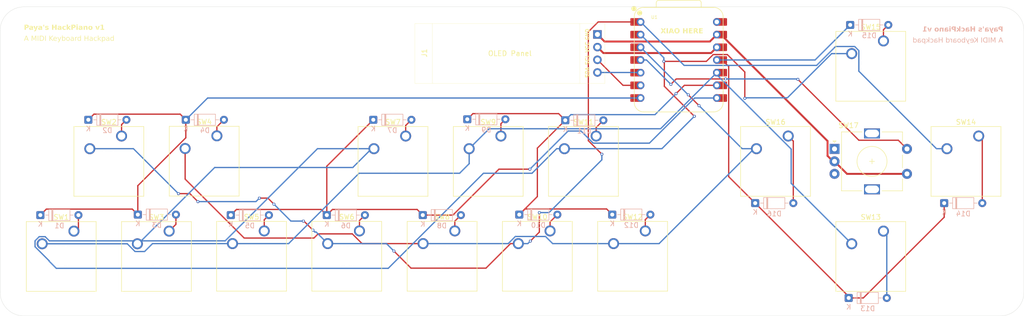
<source format=kicad_pcb>
(kicad_pcb (version 20241229) (generator "pcbnew") (generator_version "9.0")
  (title_block (title "HackPiano"))
  (layers (0 "F.Cu" signal) (2 "B.Cu" signal) (13 "F.Paste" user) (15 "B.Paste" user) (5 "F.SilkS" user "F.Silkscreen") (7 "B.SilkS" user "B.Silkscreen") (1 "F.Mask" user) (3 "B.Mask" user) (25 "Edge.Cuts" user))
  (net 0 "")
  (net 1 "Net-(D1-A)")
  (net 2 "ROW1")
  (net 3 "Net-(D2-A)")
  (net 4 "Net-(D3-A)")
  (net 5 "Net-(D4-A)")
  (net 6 "Net-(D5-A)")
  (net 7 "Net-(D6-A)")
  (net 8 "Net-(D7-A)")
  (net 9 "ROW0")
  (net 10 "Net-(D8-A)")
  (net 11 "Net-(D9-A)")
  (net 12 "Net-(D10-A)")
  (net 13 "Net-(D11-A)")
  (net 14 "Net-(D12-A)")
  (net 15 "COL0")
  (net 16 "COL1")
  (net 17 "COL2")
  (net 18 "COL3")
  (net 19 "ROW2")
  (net 20 "+5V")
  (net 21 "+3.3V")
  (net 22 "GND")
  (net 23 "SDA")
  (net 24 "SCL")
  (net 25 "Net-(D13-A)")
  (net 26 "ROW3")
  (net 27 "Net-(D14-A)")
  (net 28 "Net-(D15-A)")
  (net 29 "Net-(D16-A)")
  (net 31 "BTN")
  (footprint "Button_Switch_Keyboard:SW_Cherry_MX_1.00u_PCB" (layer "F.Cu") (at 48.10125 123.5075)
    (property "Reference" "SW1" (at -2.54 -2.794 0) (layer "F.SilkS"))
    (property "Value" "SW_Push")
    (pad "" np_thru_hole circle (at -7.62 5.08) (size 1.7 1.7) (drill 1.7) (layers "*.Cu" "*.Mask"))
    (pad "" np_thru_hole circle (at -2.54 5.08) (size 4 4) (drill 4) (layers "*.Cu" "*.Mask"))
    (pad "" np_thru_hole circle (at 2.54 5.08) (size 1.7 1.7) (drill 1.7) (layers "*.Cu" "*.Mask"))
    (pad "1" thru_hole circle (at 0 0) (size 2.2 2.2) (drill 1.5) (layers "*.Cu" "*.Mask") (net 1 "Net-(D1-A)"))
    (pad "2" thru_hole circle (at -6.35 2.54) (size 2.2 2.2) (drill 1.5) (layers "*.Cu" "*.Mask") (net 15 "COL0"))
  )
  (footprint "Button_Switch_Keyboard:SW_Cherry_MX_1.00u_PCB" (layer "F.Cu") (at 133.50875 104.4575)
    (property "Reference" "SW9" (at -2.54 -2.794 0) (layer "F.SilkS"))
    (property "Value" "SW_Push")
    (pad "" np_thru_hole circle (at -7.62 5.08) (size 1.7 1.7) (drill 1.7) (layers "*.Cu" "*.Mask"))
    (pad "" np_thru_hole circle (at -2.54 5.08) (size 4 4) (drill 4) (layers "*.Cu" "*.Mask"))
    (pad "" np_thru_hole circle (at 2.54 5.08) (size 1.7 1.7) (drill 1.7) (layers "*.Cu" "*.Mask"))
    (pad "1" thru_hole circle (at 0 0) (size 2.2 2.2) (drill 1.5) (layers "*.Cu" "*.Mask") (net 11 "Net-(D9-A)"))
    (pad "2" thru_hole circle (at -6.35 2.54) (size 2.2 2.2) (drill 1.5) (layers "*.Cu" "*.Mask") (net 15 "COL0"))
  )
  (footprint "Button_Switch_Keyboard:SW_Cherry_MX_1.00u_PCB" (layer "F.Cu") (at 114.45875 104.4575)
    (property "Reference" "SW7" (at -2.54 -2.794 0) (layer "F.SilkS"))
    (property "Value" "SW_Push")
    (pad "" np_thru_hole circle (at -7.62 5.08) (size 1.7 1.7) (drill 1.7) (layers "*.Cu" "*.Mask"))
    (pad "" np_thru_hole circle (at -2.54 5.08) (size 4 4) (drill 4) (layers "*.Cu" "*.Mask"))
    (pad "" np_thru_hole circle (at 2.54 5.08) (size 1.7 1.7) (drill 1.7) (layers "*.Cu" "*.Mask"))
    (pad "1" thru_hole circle (at 0 0) (size 2.2 2.2) (drill 1.5) (layers "*.Cu" "*.Mask") (net 8 "Net-(D7-A)"))
    (pad "2" thru_hole circle (at -6.35 2.54) (size 2.2 2.2) (drill 1.5) (layers "*.Cu" "*.Mask") (net 17 "COL2"))
  )
  (footprint "Button_Switch_Keyboard:SW_Cherry_MX_1.00u_PCB" (layer "F.Cu") (at 210.02625 123.5075)
    (property "Reference" "SW13" (at -2.54 -2.794 0) (layer "F.SilkS"))
    (property "Value" "SW_Push")
    (pad "" np_thru_hole circle (at -7.62 5.08) (size 1.7 1.7) (drill 1.7) (layers "*.Cu" "*.Mask"))
    (pad "" np_thru_hole circle (at -2.54 5.08) (size 4 4) (drill 4) (layers "*.Cu" "*.Mask"))
    (pad "" np_thru_hole circle (at 2.54 5.08) (size 1.7 1.7) (drill 1.7) (layers "*.Cu" "*.Mask"))
    (pad "1" thru_hole circle (at 0 0) (size 2.2 2.2) (drill 1.5) (layers "*.Cu" "*.Mask") (net 25 "Net-(D13-A)"))
    (pad "2" thru_hole circle (at -6.35 2.54) (size 2.2 2.2) (drill 1.5) (layers "*.Cu" "*.Mask") (net 15 "COL0"))
  )
  (footprint "Button_Switch_Keyboard:SW_Cherry_MX_1.00u_PCB" (layer "F.Cu") (at 57.62625 104.4575)
    (property "Reference" "SW2" (at -2.54 -2.794 0) (layer "F.SilkS"))
    (property "Value" "SW_Push")
    (pad "" np_thru_hole circle (at -7.62 5.08) (size 1.7 1.7) (drill 1.7) (layers "*.Cu" "*.Mask"))
    (pad "" np_thru_hole circle (at -2.54 5.08) (size 4 4) (drill 4) (layers "*.Cu" "*.Mask"))
    (pad "" np_thru_hole circle (at 2.54 5.08) (size 1.7 1.7) (drill 1.7) (layers "*.Cu" "*.Mask"))
    (pad "1" thru_hole circle (at 0 0) (size 2.2 2.2) (drill 1.5) (layers "*.Cu" "*.Mask") (net 3 "Net-(D2-A)"))
    (pad "2" thru_hole circle (at -6.35 2.54) (size 2.2 2.2) (drill 1.5) (layers "*.Cu" "*.Mask") (net 16 "COL1"))
  )
  (footprint "Button_Switch_Keyboard:SW_Cherry_MX_1.00u_PCB" (layer "F.Cu") (at 105.215 123.47)
    (property "Reference" "SW6" (at -2.54 -2.794 0) (layer "F.SilkS"))
    (property "Value" "SW_Push")
    (pad "" np_thru_hole circle (at -7.62 5.08) (size 1.7 1.7) (drill 1.7) (layers "*.Cu" "*.Mask"))
    (pad "" np_thru_hole circle (at -2.54 5.08) (size 4 4) (drill 4) (layers "*.Cu" "*.Mask"))
    (pad "" np_thru_hole circle (at 2.54 5.08) (size 1.7 1.7) (drill 1.7) (layers "*.Cu" "*.Mask"))
    (pad "1" thru_hole circle (at 0 0) (size 2.2 2.2) (drill 1.5) (layers "*.Cu" "*.Mask") (net 7 "Net-(D6-A)"))
    (pad "2" thru_hole circle (at -6.35 2.54) (size 2.2 2.2) (drill 1.5) (layers "*.Cu" "*.Mask") (net 16 "COL1"))
  )
  (footprint "Button_Switch_Keyboard:SW_Cherry_MX_1.00u_PCB" (layer "F.Cu") (at 124.29 123.47)
    (property "Reference" "SW8" (at -2.54 -2.794 0) (layer "F.SilkS"))
    (property "Value" "SW_Push")
    (pad "" np_thru_hole circle (at -7.62 5.08) (size 1.7 1.7) (drill 1.7) (layers "*.Cu" "*.Mask"))
    (pad "" np_thru_hole circle (at -2.54 5.08) (size 4 4) (drill 4) (layers "*.Cu" "*.Mask"))
    (pad "" np_thru_hole circle (at 2.54 5.08) (size 1.7 1.7) (drill 1.7) (layers "*.Cu" "*.Mask"))
    (pad "1" thru_hole circle (at 0 0) (size 2.2 2.2) (drill 1.5) (layers "*.Cu" "*.Mask") (net 10 "Net-(D8-A)"))
    (pad "2" thru_hole circle (at -6.35 2.54) (size 2.2 2.2) (drill 1.5) (layers "*.Cu" "*.Mask") (net 18 "COL3"))
  )
  (footprint "Button_Switch_Keyboard:SW_Cherry_MX_1.00u_PCB" (layer "F.Cu") (at 76.695 104.42)
    (property "Reference" "SW4" (at -2.54 -2.794 0) (layer "F.SilkS"))
    (property "Value" "SW_Push")
    (pad "" np_thru_hole circle (at -7.62 5.08) (size 1.7 1.7) (drill 1.7) (layers "*.Cu" "*.Mask"))
    (pad "" np_thru_hole circle (at -2.54 5.08) (size 4 4) (drill 4) (layers "*.Cu" "*.Mask"))
    (pad "" np_thru_hole circle (at 2.54 5.08) (size 1.7 1.7) (drill 1.7) (layers "*.Cu" "*.Mask"))
    (pad "1" thru_hole circle (at 0 0) (size 2.2 2.2) (drill 1.5) (layers "*.Cu" "*.Mask") (net 5 "Net-(D4-A)"))
    (pad "2" thru_hole circle (at -6.35 2.54) (size 2.2 2.2) (drill 1.5) (layers "*.Cu" "*.Mask") (net 18 "COL3"))
  )
  (footprint "Button_Switch_Keyboard:SW_Cherry_MX_1.00u_PCB" (layer "F.Cu") (at 67.145 123.5075)
    (property "Reference" "SW3" (at -2.54 -2.794 0) (layer "F.SilkS"))
    (property "Value" "SW_Push")
    (pad "" np_thru_hole circle (at -7.62 5.08) (size 1.7 1.7) (drill 1.7) (layers "*.Cu" "*.Mask"))
    (pad "" np_thru_hole circle (at -2.54 5.08) (size 4 4) (drill 4) (layers "*.Cu" "*.Mask"))
    (pad "" np_thru_hole circle (at 2.54 5.08) (size 1.7 1.7) (drill 1.7) (layers "*.Cu" "*.Mask"))
    (pad "1" thru_hole circle (at 0 0) (size 2.2 2.2) (drill 1.5) (layers "*.Cu" "*.Mask") (net 4 "Net-(D3-A)"))
    (pad "2" thru_hole circle (at -6.35 2.54) (size 2.2 2.2) (drill 1.5) (layers "*.Cu" "*.Mask") (net 17 "COL2"))
  )
  (footprint "Button_Switch_Keyboard:SW_Cherry_MX_1.00u_PCB" (layer "F.Cu") (at 229.07625 104.4575)
    (property "Reference" "SW14" (at -2.54 -2.794 0) (layer "F.SilkS"))
    (property "Value" "SW_Push")
    (pad "" np_thru_hole circle (at -7.62 5.08) (size 1.7 1.7) (drill 1.7) (layers "*.Cu" "*.Mask"))
    (pad "" np_thru_hole circle (at -2.54 5.08) (size 4 4) (drill 4) (layers "*.Cu" "*.Mask"))
    (pad "" np_thru_hole circle (at 2.54 5.08) (size 1.7 1.7) (drill 1.7) (layers "*.Cu" "*.Mask"))
    (pad "1" thru_hole circle (at 0 0) (size 2.2 2.2) (drill 1.5) (layers "*.Cu" "*.Mask") (net 27 "Net-(D14-A)"))
    (pad "2" thru_hole circle (at -6.35 2.54) (size 2.2 2.2) (drill 1.5) (layers "*.Cu" "*.Mask") (net 16 "COL1"))
  )
  (footprint "OLED:RotaryEncoder_Alps_EC11E-Switch_Vertical_H20mm" (layer "F.Cu") (at 200.23625 107.0375)
    (property "Reference" "SW17" (at 2.8 -4.7 0) (layer "F.SilkS"))
    (property "Value" "RotaryEncoder_Switch")
    (pad "A" thru_hole rect (at 0 0) (size 2 2) (drill 1) (layers "*.Cu" "*.Mask"))
    (pad "B" thru_hole circle (at 0 5) (size 2 2) (drill 1) (layers "*.Cu" "*.Mask"))
    (pad "C" thru_hole circle (at 0 2.5) (size 2 2) (drill 1) (layers "*.Cu" "*.Mask") (net 22 "GND"))
    (pad "MP" thru_hole rect (at 7.5 -3.1) (size 3.2 2) (drill oval 2.8 1.5) (layers "*.Cu" "*.Mask"))
    (pad "MP" thru_hole rect (at 7.5 8.1) (size 3.2 2) (drill oval 2.8 1.5) (layers "*.Cu" "*.Mask"))
    (pad "S1" thru_hole circle (at 14.5 5) (size 2 2) (drill 1) (layers "*.Cu" "*.Mask") (net 22 "GND"))
    (pad "S2" thru_hole circle (at 14.5 0) (size 2 2) (drill 1) (layers "*.Cu" "*.Mask") (net 31 "BTN"))
  )
  (footprint "OLED:SSD1306-0.91-OLED-4pin-128x32" (layer "F.Cu") (at 116.315 81.915)
    (property "Reference" "J1" (at 1.9 5.91 90) (layer "F.SilkS"))
    (property "Value" "Conn_01x04_Pin")
    (fp_text user "GND" (at 34.5 2.19 90) (layer "F.SilkS") (effects (font (size 0.75 0.75))))
    (fp_text user "VCC" (at 34.5 4.73 90) (layer "F.SilkS") (effects (font (size 0.75 0.75))))
    (fp_text user "OLED Panel" (at 19 6 0) (layer "F.SilkS"))
    (fp_text user "SDA" (at 34.5 9.81 90) (layer "F.SilkS") (effects (font (size 0.75 0.75))))
    (fp_text user "SCL" (at 34.5 7.27 90) (layer "F.SilkS") (effects (font (size 0.75 0.75))))
    (pad "1" thru_hole rect (at 36.5 2.19) (size 1.7 1.7) (drill 1) (layers "*.Cu" "*.Mask") (net 22 "GND"))
    (pad "2" thru_hole oval (at 36.5 4.73) (size 1.7 1.7) (drill 1) (layers "*.Cu" "*.Mask") (net 21 "+3.3V"))
    (pad "3" thru_hole oval (at 36.5 7.27) (size 1.7 1.7) (drill 1) (layers "*.Cu" "*.Mask") (net 24 "SCL"))
    (pad "4" thru_hole oval (at 36.5 9.81) (size 1.7 1.7) (drill 1) (layers "*.Cu" "*.Mask") (net 23 "SDA"))
  )
  (footprint "Button_Switch_Keyboard:SW_Cherry_MX_1.00u_PCB" (layer "F.Cu") (at 152.55875 104.4575)
    (property "Reference" "SW11" (at -2.54 -2.794 0) (layer "F.SilkS"))
    (property "Value" "SW_Push")
    (pad "" np_thru_hole circle (at -7.62 5.08) (size 1.7 1.7) (drill 1.7) (layers "*.Cu" "*.Mask"))
    (pad "" np_thru_hole circle (at -2.54 5.08) (size 4 4) (drill 4) (layers "*.Cu" "*.Mask"))
    (pad "" np_thru_hole circle (at 2.54 5.08) (size 1.7 1.7) (drill 1.7) (layers "*.Cu" "*.Mask"))
    (pad "1" thru_hole circle (at 0 0) (size 2.2 2.2) (drill 1.5) (layers "*.Cu" "*.Mask") (net 13 "Net-(D11-A)"))
    (pad "2" thru_hole circle (at -6.35 2.54) (size 2.2 2.2) (drill 1.5) (layers "*.Cu" "*.Mask") (net 17 "COL2"))
  )
  (footprint "Button_Switch_Keyboard:SW_Cherry_MX_1.00u_PCB" (layer "F.Cu") (at 190.97625 104.4575)
    (property "Reference" "SW16" (at -2.54 -2.794 0) (layer "F.SilkS"))
    (property "Value" "SW_Push")
    (pad "" np_thru_hole circle (at -7.62 5.08) (size 1.7 1.7) (drill 1.7) (layers "*.Cu" "*.Mask"))
    (pad "" np_thru_hole circle (at -2.54 5.08) (size 4 4) (drill 4) (layers "*.Cu" "*.Mask"))
    (pad "" np_thru_hole circle (at 2.54 5.08) (size 1.7 1.7) (drill 1.7) (layers "*.Cu" "*.Mask"))
    (pad "1" thru_hole circle (at 0 0) (size 2.2 2.2) (drill 1.5) (layers "*.Cu" "*.Mask") (net 29 "Net-(D16-A)"))
    (pad "2" thru_hole circle (at -6.35 2.54) (size 2.2 2.2) (drill 1.5) (layers "*.Cu" "*.Mask") (net 18 "COL3"))
  )
  (footprint "OPL:XIAO-RP2040-DIP" (layer "F.Cu") (at 169.06875 89.22)
    (property "Reference" "U1" (at -4.86875 -8.57 0) (layer "F.SilkS") (effects (font (size 0.635 0.635) (thickness 0.1016))))
    (property "Value" "XIAO-RP2040-DIP")
    (pad "1" smd roundrect (at -8.455 -7.62 180) (size 2.432 1.524) (layers "F.Cu" "F.Mask") (roundrect_rratio 0.1) (net 16 "COL1"))
    (pad "1" thru_hole circle (at -7.62 -7.62 180) (size 1.524 1.524) (drill 0.889) (layers "*.Cu" "*.Mask") (net 16 "COL1"))
    (pad "2" smd roundrect (at -8.455 -5.08 180) (size 2.432 1.524) (layers "F.Cu" "F.Mask") (roundrect_rratio 0.1) (net 17 "COL2"))
    (pad "2" thru_hole circle (at -7.62 -5.08 180) (size 1.524 1.524) (drill 0.889) (layers "*.Cu" "*.Mask") (net 17 "COL2"))
    (pad "3" smd roundrect (at -8.455 -2.54 180) (size 2.432 1.524) (layers "F.Cu" "F.Mask") (roundrect_rratio 0.1) (net 18 "COL3"))
    (pad "3" thru_hole circle (at -7.62 -2.54 180) (size 1.524 1.524) (drill 0.889) (layers "*.Cu" "*.Mask") (net 18 "COL3"))
    (pad "4" smd roundrect (at -8.455 0 180) (size 2.432 1.524) (layers "F.Cu" "F.Mask") (roundrect_rratio 0.1) (net 31 "BTN"))
    (pad "4" thru_hole circle (at -7.62 0 180) (size 1.524 1.524) (drill 0.889) (layers "*.Cu" "*.Mask") (net 31 "BTN"))
    (pad "5" smd roundrect (at -8.455 2.54 180) (size 2.432 1.524) (layers "F.Cu" "F.Mask") (roundrect_rratio 0.1) (net 23 "SDA"))
    (pad "5" thru_hole circle (at -7.62 2.54 180) (size 1.524 1.524) (drill 0.889) (layers "*.Cu" "*.Mask") (net 23 "SDA"))
    (pad "6" smd roundrect (at -8.455 5.08 180) (size 2.432 1.524) (layers "F.Cu" "F.Mask") (roundrect_rratio 0.1) (net 24 "SCL"))
    (pad "6" thru_hole circle (at -7.62 5.08 180) (size 1.524 1.524) (drill 0.889) (layers "*.Cu" "*.Mask") (net 24 "SCL"))
    (pad "7" smd roundrect (at -8.455 7.62 180) (size 2.432 1.524) (layers "F.Cu" "F.Mask") (roundrect_rratio 0.1) (net 9 "ROW0"))
    (pad "7" thru_hole circle (at -7.62 7.62 180) (size 1.524 1.524) (drill 0.889) (layers "*.Cu" "*.Mask") (net 9 "ROW0"))
    (pad "8" thru_hole circle (at 7.62 7.62) (size 1.524 1.524) (drill 0.889) (layers "*.Cu" "*.Mask") (net 2 "ROW1"))
    (pad "8" smd roundrect (at 8.455 7.62) (size 2.432 1.524) (layers "F.Cu" "F.Mask") (roundrect_rratio 0.1) (net 2 "ROW1"))
    (pad "9" thru_hole circle (at 7.62 5.08) (size 1.524 1.524) (drill 0.889) (layers "*.Cu" "*.Mask") (net 19 "ROW2"))
    (pad "9" smd roundrect (at 8.455 5.08) (size 2.432 1.524) (layers "F.Cu" "F.Mask") (roundrect_rratio 0.1) (net 19 "ROW2"))
    (pad "10" thru_hole circle (at 7.62 2.54) (size 1.524 1.524) (drill 0.889) (layers "*.Cu" "*.Mask") (net 15 "COL0"))
    (pad "10" smd roundrect (at 8.455 2.54) (size 2.432 1.524) (layers "F.Cu" "F.Mask") (roundrect_rratio 0.1) (net 15 "COL0"))
    (pad "11" thru_hole circle (at 7.62 0) (size 1.524 1.524) (drill 0.889) (layers "*.Cu" "*.Mask") (net 26 "ROW3"))
    (pad "11" smd roundrect (at 8.455 0) (size 2.432 1.524) (layers "F.Cu" "F.Mask") (roundrect_rratio 0.1) (net 26 "ROW3"))
    (pad "12" thru_hole circle (at 7.62 -2.54) (size 1.524 1.524) (drill 0.889) (layers "*.Cu" "*.Mask") (net 21 "+3.3V"))
    (pad "12" smd roundrect (at 8.455 -2.54) (size 2.432 1.524) (layers "F.Cu" "F.Mask") (roundrect_rratio 0.1) (net 21 "+3.3V"))
    (pad "13" thru_hole circle (at 7.62 -5.08) (size 1.524 1.524) (drill 0.889) (layers "*.Cu" "*.Mask") (net 22 "GND"))
    (pad "13" smd roundrect (at 8.455 -5.08) (size 2.432 1.524) (layers "F.Cu" "F.Mask") (roundrect_rratio 0.1) (net 22 "GND"))
    (pad "14" thru_hole circle (at 7.62 -7.62) (size 1.524 1.524) (drill 0.889) (layers "*.Cu" "*.Mask") (net 20 "+5V"))
    (pad "14" smd roundrect (at 8.455 -7.62) (size 2.432 1.524) (layers "F.Cu" "F.Mask") (roundrect_rratio 0.1) (net 20 "+5V"))
  )
  (footprint "Button_Switch_Keyboard:SW_Cherry_MX_1.00u_PCB" (layer "F.Cu") (at 86.17 123.47)
    (property "Reference" "SW5" (at -2.54 -2.794 0) (layer "F.SilkS"))
    (property "Value" "SW_Push")
    (pad "" np_thru_hole circle (at -7.62 5.08) (size 1.7 1.7) (drill 1.7) (layers "*.Cu" "*.Mask"))
    (pad "" np_thru_hole circle (at -2.54 5.08) (size 4 4) (drill 4) (layers "*.Cu" "*.Mask"))
    (pad "" np_thru_hole circle (at 2.54 5.08) (size 1.7 1.7) (drill 1.7) (layers "*.Cu" "*.Mask"))
    (pad "1" thru_hole circle (at 0 0) (size 2.2 2.2) (drill 1.5) (layers "*.Cu" "*.Mask") (net 6 "Net-(D5-A)"))
    (pad "2" thru_hole circle (at -6.35 2.54) (size 2.2 2.2) (drill 1.5) (layers "*.Cu" "*.Mask") (net 15 "COL0"))
  )
  (footprint "Button_Switch_Keyboard:SW_Cherry_MX_1.00u_PCB" (layer "F.Cu") (at 210.02625 85.4075)
    (property "Reference" "SW15" (at -2.54 -2.794 0) (layer "F.SilkS"))
    (property "Value" "SW_Push")
    (pad "" np_thru_hole circle (at -7.62 5.08) (size 1.7 1.7) (drill 1.7) (layers "*.Cu" "*.Mask"))
    (pad "" np_thru_hole circle (at -2.54 5.08) (size 4 4) (drill 4) (layers "*.Cu" "*.Mask"))
    (pad "" np_thru_hole circle (at 2.54 5.08) (size 1.7 1.7) (drill 1.7) (layers "*.Cu" "*.Mask"))
    (pad "1" thru_hole circle (at 0 0) (size 2.2 2.2) (drill 1.5) (layers "*.Cu" "*.Mask") (net 28 "Net-(D15-A)"))
    (pad "2" thru_hole circle (at -6.35 2.54) (size 2.2 2.2) (drill 1.5) (layers "*.Cu" "*.Mask") (net 17 "COL2"))
  )
  (footprint "Button_Switch_Keyboard:SW_Cherry_MX_1.00u_PCB" (layer "F.Cu") (at 143.34 123.47)
    (property "Reference" "SW10" (at -2.54 -2.794 0) (layer "F.SilkS"))
    (property "Value" "SW_Push")
    (pad "" np_thru_hole circle (at -7.62 5.08) (size 1.7 1.7) (drill 1.7) (layers "*.Cu" "*.Mask"))
    (pad "" np_thru_hole circle (at -2.54 5.08) (size 4 4) (drill 4) (layers "*.Cu" "*.Mask"))
    (pad "" np_thru_hole circle (at 2.54 5.08) (size 1.7 1.7) (drill 1.7) (layers "*.Cu" "*.Mask"))
    (pad "1" thru_hole circle (at 0 0) (size 2.2 2.2) (drill 1.5) (layers "*.Cu" "*.Mask") (net 12 "Net-(D10-A)"))
    (pad "2" thru_hole circle (at -6.35 2.54) (size 2.2 2.2) (drill 1.5) (layers "*.Cu" "*.Mask") (net 16 "COL1"))
  )
  (footprint "Button_Switch_Keyboard:SW_Cherry_MX_1.00u_PCB" (layer "F.Cu") (at 162.39 123.47)
    (property "Reference" "SW12" (at -2.54 -2.794 0) (layer "F.SilkS"))
    (property "Value" "SW_Push")
    (pad "" np_thru_hole circle (at -7.62 5.08) (size 1.7 1.7) (drill 1.7) (layers "*.Cu" "*.Mask"))
    (pad "" np_thru_hole circle (at -2.54 5.08) (size 4 4) (drill 4) (layers "*.Cu" "*.Mask"))
    (pad "" np_thru_hole circle (at 2.54 5.08) (size 1.7 1.7) (drill 1.7) (layers "*.Cu" "*.Mask"))
    (pad "1" thru_hole circle (at 0 0) (size 2.2 2.2) (drill 1.5) (layers "*.Cu" "*.Mask") (net 14 "Net-(D12-A)"))
    (pad "2" thru_hole circle (at -6.35 2.54) (size 2.2 2.2) (drill 1.5) (layers "*.Cu" "*.Mask") (net 18 "COL3"))
  )
  (footprint "Diode_THT:D_DO-35_SOD27_P7.62mm_Horizontal" (layer "B.Cu") (at 126.78 101.1)
    (property "Reference" "D9" (at 3.81 2.12 0) (layer "B.SilkS") (effects (justify mirror)))
    (property "Value" "D_Small")
    (fp_text user "K" (at 0 1.8 0) (layer "B.SilkS") (effects (justify mirror)))
    (pad "1" thru_hole roundrect (at 0 0) (size 1.6 1.6) (drill 0.8) (layers "*.Cu" "*.Mask") (roundrect_rratio 0.15625) (net 19 "ROW2"))
    (pad "2" thru_hole circle (at 7.62 0) (size 1.6 1.6) (drill 0.8) (layers "*.Cu" "*.Mask") (net 11 "Net-(D9-A)"))
  )
  (footprint "Diode_THT:D_DO-35_SOD27_P7.62mm_Horizontal" (layer "B.Cu") (at 184.3725 117.9)
    (property "Reference" "D16" (at 3.81 2.12 0) (layer "B.SilkS") (effects (justify mirror)))
    (property "Value" "D_Small")
    (fp_text user "K" (at 0 1.8 0) (layer "B.SilkS") (effects (justify mirror)))
    (pad "1" thru_hole roundrect (at 0 0) (size 1.6 1.6) (drill 0.8) (layers "*.Cu" "*.Mask") (roundrect_rratio 0.15625) (net 26 "ROW3"))
    (pad "2" thru_hole circle (at 7.62 0) (size 1.6 1.6) (drill 0.8) (layers "*.Cu" "*.Mask") (net 29 "Net-(D16-A)"))
  )
  (footprint "Diode_THT:D_DO-35_SOD27_P7.62mm_Horizontal" (layer "B.Cu") (at 50.98 101.2)
    (property "Reference" "D2" (at 3.81 2.12 0) (layer "B.SilkS") (effects (justify mirror)))
    (property "Value" "D_Small")
    (fp_text user "K" (at 0 1.8 0) (layer "B.SilkS") (effects (justify mirror)))
    (pad "1" thru_hole roundrect (at 0 0) (size 1.6 1.6) (drill 0.8) (layers "*.Cu" "*.Mask") (roundrect_rratio 0.15625) (net 9 "ROW0"))
    (pad "2" thru_hole circle (at 7.62 0) (size 1.6 1.6) (drill 0.8) (layers "*.Cu" "*.Mask") (net 3 "Net-(D2-A)"))
  )
  (footprint "Diode_THT:D_DO-35_SOD27_P7.62mm_Horizontal" (layer "B.Cu") (at 79.48 120.3)
    (property "Reference" "D5" (at 3.81 2.12 0) (layer "B.SilkS") (effects (justify mirror)))
    (property "Value" "D_Small")
    (fp_text user "K" (at 0 1.8 0) (layer "B.SilkS") (effects (justify mirror)))
    (pad "1" thru_hole roundrect (at 0 0) (size 1.6 1.6) (drill 0.8) (layers "*.Cu" "*.Mask") (roundrect_rratio 0.15625) (net 2 "ROW1"))
    (pad "2" thru_hole circle (at 7.62 0) (size 1.6 1.6) (drill 0.8) (layers "*.Cu" "*.Mask") (net 6 "Net-(D5-A)"))
  )
  (footprint "Diode_THT:D_DO-35_SOD27_P7.62mm_Horizontal" (layer "B.Cu") (at 98.68 120.3)
    (property "Reference" "D6" (at 3.81 2.12 0) (layer "B.SilkS") (effects (justify mirror)))
    (property "Value" "D_Small")
    (fp_text user "K" (at 0 1.8 0) (layer "B.SilkS") (effects (justify mirror)))
    (pad "1" thru_hole roundrect (at 0 0) (size 1.6 1.6) (drill 0.8) (layers "*.Cu" "*.Mask") (roundrect_rratio 0.15625) (net 2 "ROW1"))
    (pad "2" thru_hole circle (at 7.62 0) (size 1.6 1.6) (drill 0.8) (layers "*.Cu" "*.Mask") (net 7 "Net-(D6-A)"))
  )
  (footprint "Diode_THT:D_DO-35_SOD27_P7.62mm_Horizontal" (layer "B.Cu") (at 203.3725 82.2)
    (property "Reference" "D15" (at 3.81 2.12 0) (layer "B.SilkS") (effects (justify mirror)))
    (property "Value" "D_Small")
    (fp_text user "K" (at 0 1.8 0) (layer "B.SilkS") (effects (justify mirror)))
    (pad "1" thru_hole roundrect (at 0 0) (size 1.6 1.6) (drill 0.8) (layers "*.Cu" "*.Mask") (roundrect_rratio 0.15625) (net 26 "ROW3"))
    (pad "2" thru_hole circle (at 7.62 0) (size 1.6 1.6) (drill 0.8) (layers "*.Cu" "*.Mask") (net 28 "Net-(D15-A)"))
  )
  (footprint "Diode_THT:D_DO-35_SOD27_P7.62mm_Horizontal" (layer "B.Cu") (at 117.88 120.3)
    (property "Reference" "D8" (at 3.81 2.12 0) (layer "B.SilkS") (effects (justify mirror)))
    (property "Value" "D_Small")
    (fp_text user "K" (at 0 1.8 0) (layer "B.SilkS") (effects (justify mirror)))
    (pad "1" thru_hole roundrect (at 0 0) (size 1.6 1.6) (drill 0.8) (layers "*.Cu" "*.Mask") (roundrect_rratio 0.15625) (net 2 "ROW1"))
    (pad "2" thru_hole circle (at 7.62 0) (size 1.6 1.6) (drill 0.8) (layers "*.Cu" "*.Mask") (net 10 "Net-(D8-A)"))
  )
  (footprint "Diode_THT:D_DO-35_SOD27_P7.62mm_Horizontal" (layer "B.Cu") (at 155.78 120.2)
    (property "Reference" "D12" (at 3.81 2.12 0) (layer "B.SilkS") (effects (justify mirror)))
    (property "Value" "D_Small")
    (fp_text user "K" (at 0 1.8 0) (layer "B.SilkS") (effects (justify mirror)))
    (pad "1" thru_hole roundrect (at 0 0) (size 1.6 1.6) (drill 0.8) (layers "*.Cu" "*.Mask") (roundrect_rratio 0.15625) (net 19 "ROW2"))
    (pad "2" thru_hole circle (at 7.62 0) (size 1.6 1.6) (drill 0.8) (layers "*.Cu" "*.Mask") (net 14 "Net-(D12-A)"))
  )
  (footprint "Diode_THT:D_DO-35_SOD27_P7.62mm_Horizontal" (layer "B.Cu") (at 222.1725 117.9)
    (property "Reference" "D14" (at 3.81 2.12 0) (layer "B.SilkS") (effects (justify mirror)))
    (property "Value" "D_Small")
    (fp_text user "K" (at 0 1.8 0) (layer "B.SilkS") (effects (justify mirror)))
    (pad "1" thru_hole roundrect (at 0 0) (size 1.6 1.6) (drill 0.8) (layers "*.Cu" "*.Mask") (roundrect_rratio 0.15625) (net 26 "ROW3"))
    (pad "2" thru_hole circle (at 7.62 0) (size 1.6 1.6) (drill 0.8) (layers "*.Cu" "*.Mask") (net 27 "Net-(D14-A)"))
  )
  (footprint "Diode_THT:D_DO-35_SOD27_P7.62mm_Horizontal" (layer "B.Cu") (at 137.18 120.2)
    (property "Reference" "D10" (at 3.81 2.12 0) (layer "B.SilkS") (effects (justify mirror)))
    (property "Value" "D_Small")
    (fp_text user "K" (at 0 1.8 0) (layer "B.SilkS") (effects (justify mirror)))
    (pad "1" thru_hole roundrect (at 0 0) (size 1.6 1.6) (drill 0.8) (layers "*.Cu" "*.Mask") (roundrect_rratio 0.15625) (net 19 "ROW2"))
    (pad "2" thru_hole circle (at 7.62 0) (size 1.6 1.6) (drill 0.8) (layers "*.Cu" "*.Mask") (net 12 "Net-(D10-A)"))
  )
  (footprint "Diode_THT:D_DO-35_SOD27_P7.62mm_Horizontal" (layer "B.Cu") (at 146.38 101.3)
    (property "Reference" "D11" (at 3.81 2.12 0) (layer "B.SilkS") (effects (justify mirror)))
    (property "Value" "D_Small")
    (fp_text user "K" (at 0 1.8 0) (layer "B.SilkS") (effects (justify mirror)))
    (pad "1" thru_hole roundrect (at 0 0) (size 1.6 1.6) (drill 0.8) (layers "*.Cu" "*.Mask") (roundrect_rratio 0.15625) (net 19 "ROW2"))
    (pad "2" thru_hole circle (at 7.62 0) (size 1.6 1.6) (drill 0.8) (layers "*.Cu" "*.Mask") (net 13 "Net-(D11-A)"))
  )
  (footprint "Diode_THT:D_DO-35_SOD27_P7.62mm_Horizontal" (layer "B.Cu") (at 70.48 101.2)
    (property "Reference" "D4" (at 3.81 2.12 0) (layer "B.SilkS") (effects (justify mirror)))
    (property "Value" "D_Small")
    (fp_text user "K" (at 0 1.8 0) (layer "B.SilkS") (effects (justify mirror)))
    (pad "1" thru_hole roundrect (at 0 0) (size 1.6 1.6) (drill 0.8) (layers "*.Cu" "*.Mask") (roundrect_rratio 0.15625) (net 9 "ROW0"))
    (pad "2" thru_hole circle (at 7.62 0) (size 1.6 1.6) (drill 0.8) (layers "*.Cu" "*.Mask") (net 5 "Net-(D4-A)"))
  )
  (footprint "Diode_THT:D_DO-35_SOD27_P7.62mm_Horizontal" (layer "B.Cu") (at 107.98 101.2)
    (property "Reference" "D7" (at 3.81 2.12 0) (layer "B.SilkS") (effects (justify mirror)))
    (property "Value" "D_Small")
    (fp_text user "K" (at 0 1.8 0) (layer "B.SilkS") (effects (justify mirror)))
    (pad "1" thru_hole roundrect (at 0 0) (size 1.6 1.6) (drill 0.8) (layers "*.Cu" "*.Mask") (roundrect_rratio 0.15625) (net 2 "ROW1"))
    (pad "2" thru_hole circle (at 7.62 0) (size 1.6 1.6) (drill 0.8) (layers "*.Cu" "*.Mask") (net 8 "Net-(D7-A)"))
  )
  (footprint "Diode_THT:D_DO-35_SOD27_P7.62mm_Horizontal" (layer "B.Cu") (at 41.38 120.3)
    (property "Reference" "D1" (at 3.81 2.12 0) (layer "B.SilkS") (effects (justify mirror)))
    (property "Value" "D_Small")
    (fp_text user "K" (at 0 1.8 0) (layer "B.SilkS") (effects (justify mirror)))
    (pad "1" thru_hole roundrect (at 0 0) (size 1.6 1.6) (drill 0.8) (layers "*.Cu" "*.Mask") (roundrect_rratio 0.15625) (net 9 "ROW0"))
    (pad "2" thru_hole circle (at 7.62 0) (size 1.6 1.6) (drill 0.8) (layers "*.Cu" "*.Mask") (net 1 "Net-(D1-A)"))
  )
  (footprint "Diode_THT:D_DO-35_SOD27_P7.62mm_Horizontal" (layer "B.Cu") (at 203.0725 136.9)
    (property "Reference" "D13" (at 3.81 2.12 0) (layer "B.SilkS") (effects (justify mirror)))
    (property "Value" "D_Small")
    (fp_text user "K" (at 0 1.8 0) (layer "B.SilkS") (effects (justify mirror)))
    (pad "1" thru_hole roundrect (at 0 0) (size 1.6 1.6) (drill 0.8) (layers "*.Cu" "*.Mask") (roundrect_rratio 0.15625) (net 26 "ROW3"))
    (pad "2" thru_hole circle (at 7.62 0) (size 1.6 1.6) (drill 0.8) (layers "*.Cu" "*.Mask") (net 25 "Net-(D13-A)"))
  )
  (footprint "Diode_THT:D_DO-35_SOD27_P7.62mm_Horizontal" (layer "B.Cu") (at 60.88 120.2)
    (property "Reference" "D3" (at 3.81 2.12 0) (layer "B.SilkS") (effects (justify mirror)))
    (property "Value" "D_Small")
    (fp_text user "K" (at 0 1.8 0) (layer "B.SilkS") (effects (justify mirror)))
    (pad "1" thru_hole roundrect (at 0 0) (size 1.6 1.6) (drill 0.8) (layers "*.Cu" "*.Mask") (roundrect_rratio 0.15625) (net 9 "ROW0"))
    (pad "2" thru_hole circle (at 7.62 0) (size 1.6 1.6) (drill 0.8) (layers "*.Cu" "*.Mask") (net 4 "Net-(D3-A)"))
  )
  (gr_arc (start 38.1 140.49375) (mid 34.732404 139.098846) (end 33.3375 135.73125) (stroke (width 0.05)) (layer "Edge.Cuts"))
  (gr_arc (start 33.3375 83.34375) (mid 34.732404 79.976154) (end 38.1 78.58125) (stroke (width 0.05)) (layer "Edge.Cuts"))
  (gr_line (start 38.1 78.58125) (end 233.3625 78.58125) (stroke (width 0.05)) (layer "Edge.Cuts"))
  (gr_line (start 233.3625 140.49375) (end 38.1 140.49375) (stroke (width 0.05)) (layer "Edge.Cuts"))
  (gr_line (start 33.3375 135.73125) (end 33.3375 83.34375) (stroke (width 0.05)) (layer "Edge.Cuts"))
  (gr_arc (start 233.3625 78.58125) (mid 236.730096 79.976154) (end 238.125 83.34375) (stroke (width 0.05)) (layer "Edge.Cuts"))
  (gr_line (start 238.125 83.34375) (end 238.125 135.73125) (stroke (width 0.05)) (layer "Edge.Cuts"))
  (gr_arc (start 238.125 135.73125) (mid 236.730096 139.098846) (end 233.3625 140.49375) (stroke (width 0.05)) (layer "Edge.Cuts"))
  (gr_text "A MIDI Keyboard Hackpad" (at 38.1 85.55 0) (layer "F.SilkS") (effects (font (size 1 1) (thickness 0.15) (italic yes)) (justify left bottom)))
  (gr_text "Paya's HackPiano v1" (at 38.1 83.34375 0) (layer "F.SilkS") (effects (font (size 1 1) (thickness 0.2) (bold yes)) (justify left bottom)))
  (gr_text "XIAO HERE" (at 165.45 84.05 0) (layer "F.SilkS") (effects (font (size 1 1) (thickness 0.2) (bold yes)) (justify left bottom)))
  (gr_text "Paya's HackPiano v1" (at 233.969434 83.69375 -0) (layer "B.SilkS") (effects (font (size 1 1) (thickness 0.2) (bold yes)) (justify left bottom mirror)))
  (gr_text "A MIDI Keyboard Hackpad" (at 233.969434 85.9 -0) (layer "B.SilkS") (effects (font (size 1 1) (thickness 0.15) (italic yes)) (justify left bottom mirror)))
  (segment (start 48.10125 123.70125) (end 48.3 123.9) (width 0.254) (layer "F.Cu") (net 1))
  (segment (start 48.3 123.9) (end 49 123.2) (width 0.254) (layer "F.Cu") (net 1))
  (segment (start 49 123.2) (end 49 120.3) (width 0.254) (layer "F.Cu") (net 1))
  (segment (start 48.10125 123.5075) (end 48.10125 123.70125) (width 0.254) (layer "F.Cu") (net 1))
  (segment (start 79.48 120.3) (end 80.608 119.172) (width 0.254) (layer "F.Cu") (net 2))
  (segment (start 116.752 119.172) (end 117.88 120.3) (width 0.254) (layer "F.Cu") (net 2))
  (segment (start 97.552 119.172) (end 98.68 120.3) (width 0.254) (layer "F.Cu") (net 2))
  (segment (start 98.68 110.5) (end 107.98 101.2) (width 0.254) (layer "F.Cu") (net 2))
  (segment (start 99.808 119.172) (end 116.752 119.172) (width 0.254) (layer "F.Cu") (net 2))
  (segment (start 123.904767 120.3) (end 117.88 120.3) (width 0.254) (layer "F.Cu") (net 2))
  (segment (start 98.68 120.3) (end 98.68 110.5) (width 0.254) (layer "F.Cu") (net 2))
  (segment (start 133.104767 111.1) (end 123.904767 120.3) (width 0.254) (layer "F.Cu") (net 2))
  (segment (start 98.68 120.3) (end 99.808 119.172) (width 0.254) (layer "F.Cu") (net 2))
  (segment (start 139.3 111.1) (end 133.104767 111.1) (width 0.254) (layer "F.Cu") (net 2))
  (segment (start 80.608 119.172) (end 97.552 119.172) (width 0.254) (layer "F.Cu") (net 2))
  (via (at 139.3 111.1) (size 0.6) (drill 0.3) (layers "F.Cu" "B.Cu") (net 2))
  (segment (start 151.967253 105.8855) (end 149.536753 103.455) (width 0.254) (layer "B.Cu") (net 2))
  (segment (start 149.536753 103.455) (end 146.945 103.455) (width 0.254) (layer "B.Cu") (net 2))
  (segment (start 146.945 103.455) (end 139.3 111.1) (width 0.254) (layer "B.Cu") (net 2))
  (segment (start 163.206718 105.8855) (end 151.967253 105.8855) (width 0.254) (layer "B.Cu") (net 2))
  (segment (start 176.68875 96.84) (end 172.252218 96.84) (width 0.254) (layer "B.Cu") (net 2))
  (segment (start 172.252218 96.84) (end 163.206718 105.8855) (width 0.254) (layer "B.Cu") (net 2))
  (segment (start 57.62625 104.4575) (end 57.62625 102.17375) (width 0.254) (layer "F.Cu") (net 3))
  (segment (start 57.62625 102.17375) (end 58.6 101.2) (width 0.254) (layer "F.Cu") (net 3))
  (segment (start 67.145 123.5075) (end 68.5 122.1525) (width 0.254) (layer "F.Cu") (net 4))
  (segment (start 68.5 122.1525) (end 68.5 120.2) (width 0.254) (layer "F.Cu") (net 4))
  (segment (start 76.695 104.42) (end 76.695 102.605) (width 0.254) (layer "F.Cu") (net 5))
  (segment (start 76.695 102.605) (end 78.1 101.2) (width 0.254) (layer "F.Cu") (net 5))
  (segment (start 86.17 123.47) (end 86.17 121.23) (width 0.254) (layer "F.Cu") (net 6))
  (segment (start 86.17 121.23) (end 87.1 120.3) (width 0.254) (layer "F.Cu") (net 6))
  (segment (start 105.215 123.47) (end 105.215 121.385) (width 0.254) (layer "F.Cu") (net 7))
  (segment (start 105.215 121.385) (end 106.3 120.3) (width 0.254) (layer "F.Cu") (net 7))
  (segment (start 114.45875 102.34125) (end 115.6 101.2) (width 0.254) (layer "F.Cu") (net 8))
  (segment (start 114.45875 104.4575) (end 114.45875 102.34125) (width 0.254) (layer "F.Cu") (net 8))
  (segment (start 70.48 101.2) (end 69.352 100.072) (width 0.254) (layer "F.Cu") (net 9))
  (segment (start 52.108 100.072) (end 50.98 101.2) (width 0.254) (layer "F.Cu") (net 9))
  (segment (start 41.38 120.3) (end 42.58 119.1) (width 0.254) (layer "F.Cu") (net 9))
  (segment (start 70.48 104.805503) (end 70.48 101.2) (width 0.254) (layer "F.Cu") (net 9))
  (segment (start 60.88 120.2) (end 60.88 114.405503) (width 0.254) (layer "F.Cu") (net 9))
  (segment (start 59.78 119.1) (end 60.88 120.2) (width 0.254) (layer "F.Cu") (net 9))
  (segment (start 42.58 119.1) (end 59.78 119.1) (width 0.254) (layer "F.Cu") (net 9))
  (segment (start 60.88 114.405503) (end 70.48 104.805503) (width 0.254) (layer "F.Cu") (net 9))
  (segment (start 69.352 100.072) (end 52.108 100.072) (width 0.254) (layer "F.Cu") (net 9))
  (segment (start 74.84 96.84) (end 70.48 101.2) (width 0.254) (layer "B.Cu") (net 9))
  (segment (start 161.44875 96.84) (end 74.84 96.84) (width 0.254) (layer "B.Cu") (net 9))
  (segment (start 124.29 121.51) (end 125.5 120.3) (width 0.254) (layer "F.Cu") (net 10))
  (segment (start 124.29 123.47) (end 124.29 121.51) (width 0.254) (layer "F.Cu") (net 10))
  (segment (start 133.50875 101.99125) (end 134.4 101.1) (width 0.254) (layer "F.Cu") (net 11))
  (segment (start 133.50875 104.4575) (end 133.50875 101.99125) (width 0.254) (layer "F.Cu") (net 11))
  (segment (start 143.34 121.66) (end 144.8 120.2) (width 0.254) (layer "F.Cu") (net 12))
  (segment (start 143.34 123.47) (end 143.34 121.66) (width 0.254) (layer "F.Cu") (net 12))
  (segment (start 152.55875 102.74125) (end 154 101.3) (width 0.254) (layer "F.Cu") (net 13))
  (segment (start 152.55875 104.4575) (end 152.55875 102.74125) (width 0.254) (layer "F.Cu") (net 13))
  (segment (start 162.39 123.47) (end 162.39 121.21) (width 0.254) (layer "F.Cu") (net 14))
  (segment (start 162.39 121.21) (end 163.4 120.2) (width 0.254) (layer "F.Cu") (net 14))
  (segment (start 105.140158 111.9155) (end 125.247404 111.9155) (width 0.254) (layer "B.Cu") (net 15))
  (segment (start 79.82 126.01) (end 91.045658 126.01) (width 0.254) (layer "B.Cu") (net 15))
  (segment (start 127.15875 106.9975) (end 131.15625 103) (width 0.254) (layer "B.Cu") (net 15))
  (segment (start 60.328003 127.6) (end 62.2295 127.6) (width 0.254) (layer "B.Cu") (net 15))
  (segment (start 58.775503 126.0475) (end 60.328003 127.6) (width 0.254) (layer "B.Cu") (net 15))
  (segment (start 63.8195 126.01) (end 79.82 126.01) (width 0.254) (layer "B.Cu") (net 15))
  (segment (start 176.68875 92.189497) (end 176.68875 91.76) (width 0.254) (layer "B.Cu") (net 15))
  (segment (start 41.75125 126.0475) (end 58.775503 126.0475) (width 0.254) (layer "B.Cu") (net 15))
  (segment (start 191.567747 113.938997) (end 191.567747 107.068494) (width 0.254) (layer "B.Cu") (net 15))
  (segment (start 131.15625 103) (end 165.44875 103) (width 0.254) (layer "B.Cu") (net 15))
  (segment (start 191.567747 107.068494) (end 176.68875 92.189497) (width 0.254) (layer "B.Cu") (net 15))
  (segment (start 165.44875 103) (end 176.68875 91.76) (width 0.254) (layer "B.Cu") (net 15))
  (segment (start 203.67625 126.0475) (end 191.567747 113.938997) (width 0.254) (layer "B.Cu") (net 15))
  (segment (start 125.247404 111.9155) (end 127.15875 110.004154) (width 0.254) (layer "B.Cu") (net 15))
  (segment (start 62.2295 127.6) (end 63.62 126.2095) (width 0.254) (layer "B.Cu") (net 15))
  (segment (start 63.62 126.2095) (end 63.8195 126.01) (width 0.254) (layer "B.Cu") (net 15))
  (segment (start 91.045658 126.01) (end 105.140158 111.9155) (width 0.254) (layer "B.Cu") (net 15))
  (segment (start 127.15875 110.004154) (end 127.15875 106.9975) (width 0.254) (layer "B.Cu") (net 15))
  (segment (start 151 83.564) (end 152.964 81.6) (width 0.254) (layer "F.Cu") (net 16))
  (segment (start 112.1 127.5) (end 115.528 130.928) (width 0.254) (layer "F.Cu") (net 16))
  (segment (start 71.3 116) (end 72.9 117.6) (width 0.254) (layer "F.Cu") (net 16))
  (segment (start 94 121.5) (end 94.1 121.5) (width 0.254) (layer "F.Cu") (net 16))
  (segment (start 115.528 130.928) (end 130.516366 130.928) (width 0.254) (layer "F.Cu") (net 16))
  (segment (start 85.2 116.9) (end 86.9 116.9) (width 0.254) (layer "F.Cu") (net 16))
  (segment (start 141.2 123.7) (end 141.2 119.8) (width 0.254) (layer "F.Cu") (net 16))
  (segment (start 151 105.4) (end 151 83.564) (width 0.254) (layer "F.Cu") (net 16))
  (segment (start 139.4 125.5) (end 141.2 123.7) (width 0.254) (layer "F.Cu") (net 16))
  (segment (start 153.7 108.1) (end 151 105.4) (width 0.254) (layer "F.Cu") (net 16))
  (segment (start 135.434366 126.01) (end 136.99 126.01) (width 0.254) (layer "F.Cu") (net 16))
  (segment (start 86.9 116.9) (end 88.1 118.1) (width 0.254) (layer "F.Cu") (net 16))
  (segment (start 161.44875 81.6) (end 160.61375 81.6) (width 0.254) (layer "F.Cu") (net 16))
  (segment (start 94.1 121.5) (end 95.9 123.3) (width 0.254) (layer "F.Cu") (net 16))
  (segment (start 152.964 81.6) (end 161.44875 81.6) (width 0.254) (layer "F.Cu") (net 16))
  (segment (start 130.516366 130.928) (end 135.434366 126.01) (width 0.254) (layer "F.Cu") (net 16))
  (segment (start 69 116) (end 71.3 116) (width 0.254) (layer "F.Cu") (net 16))
  (via (at 112.1 127.5) (size 0.6) (drill 0.3) (layers "F.Cu" "B.Cu") (net 16))
  (via (at 141.2 119.8) (size 0.6) (drill 0.3) (layers "F.Cu" "B.Cu") (net 16))
  (via (at 94 121.5) (size 0.6) (drill 0.3) (layers "F.Cu" "B.Cu") (net 16))
  (via (at 139.4 125.5) (size 0.6) (drill 0.3) (layers "F.Cu" "B.Cu") (net 16))
  (via (at 153.7 108.1) (size 0.6) (drill 0.3) (layers "F.Cu" "B.Cu") (net 16))
  (via (at 95.9 123.3) (size 0.6) (drill 0.3) (layers "F.Cu" "B.Cu") (net 16))
  (via (at 88.1 118.1) (size 0.6) (drill 0.3) (layers "F.Cu" "B.Cu") (net 16))
  (via (at 85.2 116.9) (size 0.6) (drill 0.3) (layers "F.Cu" "B.Cu") (net 16))
  (via (at 69 116) (size 0.6) (drill 0.3) (layers "F.Cu" "B.Cu") (net 16))
  (via (at 72.9 117.6) (size 0.6) (drill 0.3) (layers "F.Cu" "B.Cu") (net 16))
  (segment (start 220.63325 106.9975) (end 222.72625 106.9975) (width 0.254) (layer "B.Cu") (net 16))
  (segment (start 153.7 109.21925) (end 153.7 108.1) (width 0.254) (layer "B.Cu") (net 16))
  (segment (start 170.15875 90.31) (end 196.65875 90.31) (width 0.254) (layer "B.Cu") (net 16))
  (segment (start 59.9975 106.9975) (end 69 116) (width 0.254) (layer "B.Cu") (net 16))
  (segment (start 196.65875 90.31) (end 200.44925 86.5195) (width 0.254) (layer "B.Cu") (net 16))
  (segment (start 143.11925 119.8) (end 153.7 109.21925) (width 0.254) (layer "B.Cu") (net 16))
  (segment (start 98.865 126.01) (end 110.61 126.01) (width 0.254) (layer "B.Cu") (net 16))
  (segment (start 88.1 118.1) (end 91.5 121.5) (width 0.254) (layer "B.Cu") (net 16))
  (segment (start 51.27625 106.9975) (end 59.9975 106.9975) (width 0.254) (layer "B.Cu") (net 16))
  (segment (start 161.44875 81.6) (end 170.15875 90.31) (width 0.254) (layer "B.Cu") (net 16))
  (segment (start 200.44925 86.5195) (end 204.267747 86.5195) (width 0.254) (layer "B.Cu") (net 16))
  (segment (start 110.61 126.01) (end 112.1 127.5) (width 0.254) (layer "B.Cu") (net 16))
  (segment (start 204.267747 86.5195) (end 205.10425 87.356003) (width 0.254) (layer "B.Cu") (net 16))
  (segment (start 96.555 123.7) (end 98.865 126.01) (width 0.254) (layer "B.Cu") (net 16))
  (segment (start 84.5 117.6) (end 85.2 116.9) (width 0.254) (layer "B.Cu") (net 16))
  (segment (start 138.89 126.01) (end 139.4 125.5) (width 0.254) (layer "B.Cu") (net 16))
  (segment (start 141.2 119.8) (end 143.11925 119.8) (width 0.254) (layer "B.Cu") (net 16))
  (segment (start 205.10425 87.356003) (end 205.10425 91.4685) (width 0.254) (layer "B.Cu") (net 16))
  (segment (start 91.5 121.5) (end 94 121.5) (width 0.254) (layer "B.Cu") (net 16))
  (segment (start 136.99 126.01) (end 138.89 126.01) (width 0.254) (layer "B.Cu") (net 16))
  (segment (start 205.10425 91.4685) (end 220.63325 106.9975) (width 0.254) (layer "B.Cu") (net 16))
  (segment (start 96.3 123.7) (end 96.555 123.7) (width 0.254) (layer "B.Cu") (net 16))
  (segment (start 95.9 123.3) (end 96.3 123.7) (width 0.254) (layer "B.Cu") (net 16))
  (segment (start 72.9 117.6) (end 84.5 117.6) (width 0.254) (layer "B.Cu") (net 16))
  (segment (start 174.60202 89.5) (end 166.1 89.5) (width 0.254) (layer "F.Cu") (net 17))
  (segment (start 166.2 89.9) (end 166.2 89.6) (width 0.254) (layer "F.Cu") (net 17))
  (segment (start 182.292983 91.632421) (end 178.790562 88.13) (width 0.254) (layer "F.Cu") (net 17))
  (segment (start 166.2 94.5) (end 166.2 89.9) (width 0.254) (layer "F.Cu") (net 17))
  (segment (start 172.2 100.5) (end 166.2 94.5) (width 0.254) (layer "F.Cu") (net 17))
  (segment (start 175.97202 88.13) (end 174.60202 89.5) (width 0.254) (layer "F.Cu") (net 17))
  (segment (start 178.790562 88.13) (end 175.97202 88.13) (width 0.254) (layer "F.Cu") (net 17))
  (segment (start 60.795 126.105) (end 60.6 126.3) (width 0.254) (layer "F.Cu") (net 17))
  (segment (start 182.292983 96.907018) (end 182.292983 91.632421) (width 0.254) (layer "F.Cu") (net 17))
  (segment (start 166.2 89.6) (end 166.1 89.5) (width 0.254) (layer "F.Cu") (net 17))
  (segment (start 60.795 126.0475) (end 60.795 126.105) (width 0.254) (layer "F.Cu") (net 17))
  (via (at 182.292983 96.907018) (size 0.6) (drill 0.3) (layers "F.Cu" "B.Cu") (net 17))
  (via (at 172.2 100.5) (size 0.6) (drill 0.3) (layers "F.Cu" "B.Cu") (net 17))
  (via (at 166.1 89.5) (size 0.6) (drill 0.3) (layers "F.Cu" "B.Cu") (net 17))
  (segment (start 144.653116 106.9975) (end 146.20875 106.9975) (width 0.254) (layer "B.Cu") (net 17))
  (segment (start 130.015003 111.9155) (end 139.735116 111.9155) (width 0.254) (layer "B.Cu") (net 17))
  (segment (start 103.874096 110.7655) (end 107.642096 106.9975) (width 0.254) (layer "B.Cu") (net 17))
  (segment (start 60.9705 126.0475) (end 76.2525 110.7655) (width 0.254) (layer "B.Cu") (net 17))
  (segment (start 41.159753 124.6195) (end 40.32325 125.456003) (width 0.254) (layer "B.Cu") (net 17))
  (segment (start 60.795 126.0475) (end 60.9705 126.0475) (width 0.254) (layer "B.Cu") (net 17))
  (segment (start 43.18325 129.5725) (end 44.57625 130.9655) (width 0.254) (layer "B.Cu") (net 17))
  (segment (start 76.2525 110.7655) (end 103.874096 110.7655) (width 0.254) (layer "B.Cu") (net 17))
  (segment (start 40.32325 125.456003) (end 40.32325 126.638997) (width 0.254) (layer "B.Cu") (net 17))
  (segment (start 43.17925 125.456003) (end 42.342747 124.6195) (width 0.254) (layer "B.Cu") (net 17))
  (segment (start 139.735116 111.9155) (end 144.653116 106.9975) (width 0.254) (layer "B.Cu") (net 17))
  (segment (start 96.813003 106.9975) (end 78.3545 125.456003) (width 0.254) (layer "B.Cu") (net 17))
  (segment (start 78.3545 125.456003) (end 43.17925 125.456003) (width 0.254) (layer "B.Cu") (net 17))
  (segment (start 110.965003 130.9655) (end 130.015003 111.9155) (width 0.254) (layer "B.Cu") (net 17))
  (segment (start 44.57625 130.9655) (end 110.965003 130.9655) (width 0.254) (layer "B.Cu") (net 17))
  (segment (start 108.10875 106.9975) (end 96.813003 106.9975) (width 0.254) (layer "B.Cu") (net 17))
  (segment (start 203.67625 87.9475) (end 199.664718 87.9475) (width 0.254) (layer "B.Cu") (net 17))
  (segment (start 182.492982 96.907018) (end 182.292983 96.907018) (width 0.254) (layer "B.Cu") (net 17))
  (segment (start 166.1 89.5) (end 166.1 88.79125) (width 0.254) (layer "B.Cu") (net 17))
  (segment (start 190.812218 96.8) (end 182.6 96.8) (width 0.254) (layer "B.Cu") (net 17))
  (segment (start 107.642096 106.9975) (end 108.10875 106.9975) (width 0.254) (layer "B.Cu") (net 17))
  (segment (start 199.664718 87.9475) (end 190.812218 96.8) (width 0.254) (layer "B.Cu") (net 17))
  (segment (start 165.7025 106.9975) (end 172.2 100.5) (width 0.254) (layer "B.Cu") (net 17))
  (segment (start 42.342747 124.6195) (end 41.159753 124.6195) (width 0.254) (layer "B.Cu") (net 17))
  (segment (start 182.6 96.8) (end 182.492982 96.907018) (width 0.254) (layer "B.Cu") (net 17))
  (segment (start 146.20875 106.9975) (end 165.7025 106.9975) (width 0.254) (layer "B.Cu") (net 17))
  (segment (start 166.1 88.79125) (end 161.44875 84.14) (width 0.254) (layer "B.Cu") (net 17))
  (segment (start 40.32325 126.638997) (end 43.18325 129.498997) (width 0.254) (layer "B.Cu") (net 17))
  (segment (start 43.18325 129.498997) (end 43.18325 129.5725) (width 0.254) (layer "B.Cu") (net 17))
  (segment (start 171 96.23125) (end 171 96.2) (width 0.254) (layer "F.Cu") (net 18))
  (segment (start 96.102 124.898) (end 96.938503 124.061497) (width 0.254) (layer "F.Cu") (net 18))
  (segment (start 70.345 106.96) (end 70.345 113.089342) (width 0.254) (layer "F.Cu") (net 18))
  (segment (start 105.735503 126.01) (end 117.94 126.01) (width 0.254) (layer "F.Cu") (net 18))
  (segment (start 103.787 124.061497) (end 105.735503 126.01) (width 0.254) (layer "F.Cu") (net 18))
  (segment (start 96.938503 124.061497) (end 103.787 124.061497) (width 0.254) (layer "F.Cu") (net 18))
  (segment (start 82.153658 124.898) (end 96.102 124.898) (width 0.254) (layer "F.Cu") (net 18))
  (segment (start 70.345 113.089342) (end 82.153658 124.898) (width 0.254) (layer "F.Cu") (net 18))
  (segment (start 173.134375 98.365625) (end 171 96.23125) (width 0.254) (layer "F.Cu") (net 18))
  (via (at 171 96.2) (size 0.6) (drill 0.3) (layers "F.Cu" "B.Cu") (net 18))
  (via (at 173.134375 98.365625) (size 0.6) (drill 0.3) (layers "F.Cu" "B.Cu") (net 18))
  (segment (start 173.134375 98.365625) (end 181.76625 106.9975) (width 0.254) (layer "B.Cu") (net 18))
  (segment (start 184.159596 106.9975) (end 184.62625 106.9975) (width 0.254) (layer "B.Cu") (net 18))
  (segment (start 165.147096 126.01) (end 184.159596 106.9975) (width 0.254) (layer "B.Cu") (net 18))
  (segment (start 143.860503 126.01) (end 156.04 126.01) (width 0.254) (layer "B.Cu") (net 18))
  (segment (start 156.04 126.01) (end 165.147096 126.01) (width 0.254) (layer "B.Cu") (net 18))
  (segment (start 181.76625 106.9975) (end 184.62625 106.9975) (width 0.254) (layer "B.Cu") (net 18))
  (segment (start 134.970503 126.01) (end 136.398503 124.582) (width 0.254) (layer "B.Cu") (net 18))
  (segment (start 142.432503 124.582) (end 143.860503 126.01) (width 0.254) (layer "B.Cu") (net 18))
  (segment (start 117.94 126.01) (end 134.970503 126.01) (width 0.254) (layer "B.Cu") (net 18))
  (segment (start 136.398503 124.582) (end 142.432503 124.582) (width 0.254) (layer "B.Cu") (net 18))
  (segment (start 161.44875 86.68) (end 170.96875 96.2) (width 0.254) (layer "B.Cu") (net 18))
  (segment (start 170.96875 96.2) (end 171 96.2) (width 0.254) (layer "B.Cu") (net 18))
  (segment (start 126.78 101.1) (end 127.908 99.972) (width 0.254) (layer "F.Cu") (net 19))
  (segment (start 137.18 120.2) (end 138.308 119.072) (width 0.254) (layer "F.Cu") (net 19))
  (segment (start 140.8 116.58) (end 137.18 120.2) (width 0.254) (layer "F.Cu") (net 19))
  (segment (start 170.2 94.3) (end 168.543356 95.956644) (width 0.254) (layer "F.Cu") (net 19))
  (segment (start 145.052 99.972) (end 146.38 101.3) (width 0.254) (layer "F.Cu") (net 19))
  (segment (start 176.68875 94.3) (end 170.2 94.3) (width 0.254) (layer "F.Cu") (net 19))
  (segment (start 154.652 119.072) (end 155.78 120.2) (width 0.254) (layer "F.Cu") (net 19))
  (segment (start 140.8 106.88) (end 140.8 116.58) (width 0.254) (layer "F.Cu") (net 19))
  (segment (start 138.308 119.072) (end 154.652 119.072) (width 0.254) (layer "F.Cu") (net 19))
  (segment (start 127.908 99.972) (end 145.052 99.972) (width 0.254) (layer "F.Cu") (net 19))
  (segment (start 146.38 101.3) (end 140.8 106.88) (width 0.254) (layer "F.Cu") (net 19))
  (via (at 168.543356 95.956644) (size 0.6) (drill 0.3) (layers "F.Cu" "B.Cu") (net 19))
  (segment (start 164.328 100.172) (end 147.508 100.172) (width 0.254) (layer "B.Cu") (net 19))
  (segment (start 168.543356 95.956644) (end 164.328 100.172) (width 0.254) (layer "B.Cu") (net 19))
  (segment (start 147.508 100.172) (end 146.38 101.3) (width 0.254) (layer "B.Cu") (net 19))
  (segment (start 154.0035 87.8335) (end 175.53525 87.8335) (width 0.381) (layer "F.Cu") (net 21))
  (segment (start 175.53525 87.8335) (end 176.68875 86.68) (width 0.381) (layer "F.Cu") (net 21))
  (segment (start 152.815 86.645) (end 154.0035 87.8335) (width 0.381) (layer "F.Cu") (net 21))
  (segment (start 200.23625 109.5375) (end 199.95325 109.5375) (width 0.381) (layer "F.Cu") (net 22))
  (segment (start 214.73625 112.0375) (end 202.73625 112.0375) (width 0.381) (layer "F.Cu") (net 22))
  (segment (start 175.30225 85.5265) (end 176.68875 84.14) (width 0.381) (layer "F.Cu") (net 22))
  (segment (start 199.95325 109.5375) (end 198.84475 108.429) (width 0.381) (layer "F.Cu") (net 22))
  (segment (start 198.84475 108.429) (end 198.84475 105.461) (width 0.381) (layer "F.Cu") (net 22))
  (segment (start 154.2365 85.5265) (end 175.30225 85.5265) (width 0.381) (layer "F.Cu") (net 22))
  (segment (start 152.815 84.105) (end 154.2365 85.5265) (width 0.381) (layer "F.Cu") (net 22))
  (segment (start 198.84475 105.461) (end 177.52375 84.14) (width 0.381) (layer "F.Cu") (net 22))
  (segment (start 202.73625 112.0375) (end 200.23625 109.5375) (width 0.381) (layer "F.Cu") (net 22))
  (segment (start 177.52375 84.14) (end 176.68875 84.14) (width 0.381) (layer "F.Cu") (net 22))
  (segment (start 161.41375 91.725) (end 161.44875 91.76) (width 0.254) (layer "B.Cu") (net 23))
  (segment (start 152.815 91.725) (end 161.41375 91.725) (width 0.254) (layer "B.Cu") (net 23))
  (segment (start 157.93 94.3) (end 161.44875 94.3) (width 0.254) (layer "F.Cu") (net 24))
  (segment (start 152.815 89.185) (end 157.93 94.3) (width 0.254) (layer "F.Cu") (net 24))
  (segment (start 210.6925 136.9) (end 210.6925 124.17375) (width 0.254) (layer "B.Cu") (net 25))
  (segment (start 210.6925 124.17375) (end 210.02625 123.5075) (width 0.254) (layer "B.Cu") (net 25))
  (segment (start 179.06775 112.59525) (end 179.06775 90.52137) (width 0.254) (layer "F.Cu") (net 26))
  (segment (start 203.0725 136.9) (end 203.0725 136.6) (width 0.254) (layer "F.Cu") (net 26))
  (segment (start 222.1725 120.7275) (end 206 136.9) (width 0.254) (layer "F.Cu") (net 26))
  (segment (start 184.3725 117.9) (end 179.06775 112.59525) (width 0.254) (layer "F.Cu") (net 26))
  (segment (start 179.06775 90.52137) (end 177.76638 89.22) (width 0.254) (layer "F.Cu") (net 26))
  (segment (start 206 136.9) (end 203.0725 136.9) (width 0.254) (layer "F.Cu") (net 26))
  (segment (start 177.76638 89.22) (end 176.68875 89.22) (width 0.254) (layer "F.Cu") (net 26))
  (segment (start 222.1725 117.9) (end 222.1725 120.7275) (width 0.254) (layer "F.Cu") (net 26))
  (segment (start 203.0725 136.6) (end 184.3725 117.9) (width 0.254) (layer "F.Cu") (net 26))
  (segment (start 196.3525 89.22) (end 203.3725 82.2) (width 0.254) (layer "B.Cu") (net 26))
  (segment (start 176.68875 89.22) (end 196.3525 89.22) (width 0.254) (layer "B.Cu") (net 26))
  (segment (start 229.7925 105.17375) (end 229.07625 104.4575) (width 0.254) (layer "F.Cu") (net 27))
  (segment (start 229.7925 117.9) (end 229.7925 105.17375) (width 0.254) (layer "F.Cu") (net 27))
  (segment (start 210.02625 85.4075) (end 210.02625 83.16625) (width 0.254) (layer "F.Cu") (net 28))
  (segment (start 210.02625 83.16625) (end 210.9925 82.2) (width 0.254) (layer "F.Cu") (net 28))
  (segment (start 191.9925 105.47375) (end 190.97625 104.4575) (width 0.254) (layer "F.Cu") (net 29))
  (segment (start 191.9925 117.9) (end 191.9925 105.47375) (width 0.254) (layer "F.Cu") (net 29))
  (segment (start 212.99875 105.3) (end 214.73625 107.0375) (width 0.254) (layer "F.Cu") (net 31))
  (segment (start 168.578 93.022) (end 178.44075 93.022) (width 0.254) (layer "F.Cu") (net 31))
  (segment (start 192.9 93.1) (end 205.1 105.3) (width 0.254) (layer "F.Cu") (net 31))
  (segment (start 167.5 94.1) (end 168.578 93.022) (width 0.254) (layer "F.Cu") (net 31))
  (segment (start 205.1 105.3) (end 212.99875 105.3) (width 0.254) (layer "F.Cu") (net 31))
  (via (at 178.44075 93.022) (size 0.6) (drill 0.3) (layers "F.Cu" "B.Cu") (net 31))
  (via (at 192.9 93.1) (size 0.6) (drill 0.3) (layers "F.Cu" "B.Cu") (net 31))
  (via (at 167.5 94.1) (size 0.6) (drill 0.3) (layers "F.Cu" "B.Cu") (net 31))
  (segment (start 178.44075 93.022) (end 192.822 93.022) (width 0.254) (layer "B.Cu") (net 31))
  (segment (start 162.62 89.22) (end 167.5 94.1) (width 0.254) (layer "B.Cu") (net 31))
  (segment (start 192.822 93.022) (end 192.9 93.1) (width 0.254) (layer "B.Cu") (net 31))
  (segment (start 161.44875 89.22) (end 162.62 89.22) (width 0.254) (layer "B.Cu") (net 31))
)
</source>
